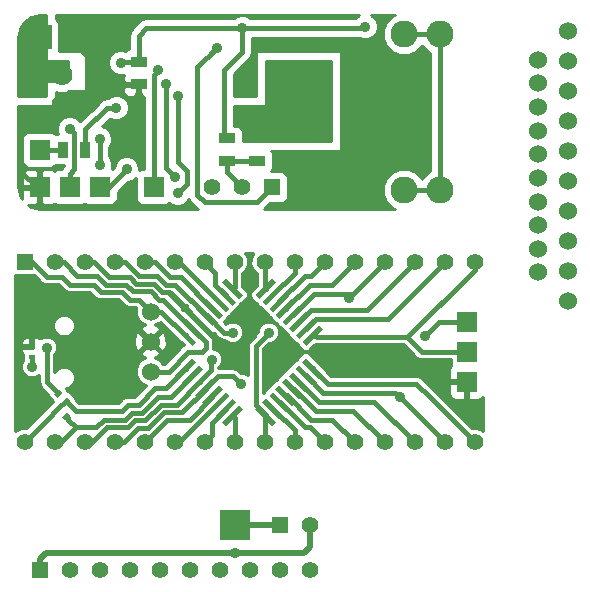
<source format=gbl>
%FSLAX34Y34*%
G04 Gerber Fmt 3.4, Leading zero omitted, Abs format*
G04 (created by PCBNEW (2014-02-26 BZR 4721)-product) date Wednesday, June 11, 2014 'pmt' 02:15:52 pm*
%MOIN*%
G01*
G70*
G90*
G04 APERTURE LIST*
%ADD10C,0.005906*%
%ADD11R,0.055000X0.055000*%
%ADD12C,0.055000*%
%ADD13C,0.060000*%
%ADD14R,0.100000X0.100000*%
%ADD15R,0.070000X0.070000*%
%ADD16R,0.059100X0.059100*%
%ADD17C,0.059100*%
%ADD18C,0.080000*%
%ADD19R,0.080000X0.080000*%
%ADD20C,0.070000*%
%ADD21C,0.160000*%
%ADD22C,0.090000*%
%ADD23R,0.055000X0.035000*%
%ADD24R,0.035000X0.055000*%
%ADD25R,0.023600X0.015700*%
%ADD26C,0.035000*%
%ADD27C,0.015000*%
%ADD28C,0.020000*%
%ADD29C,0.060000*%
%ADD30C,0.010000*%
%ADD31C,0.013000*%
G04 APERTURE END LIST*
G54D10*
G54D11*
X63750Y-42250D03*
G54D12*
X64750Y-42250D03*
X65750Y-42250D03*
X66750Y-42250D03*
X67750Y-42250D03*
X68750Y-42250D03*
X69750Y-42250D03*
X70750Y-42250D03*
X71750Y-42250D03*
X72750Y-42250D03*
G54D13*
X81350Y-33300D03*
X81350Y-32300D03*
X81350Y-31300D03*
X81350Y-30300D03*
X81350Y-29300D03*
X81350Y-28300D03*
X81350Y-27300D03*
X81350Y-26300D03*
X81350Y-25300D03*
X81350Y-24300D03*
X80350Y-32343D03*
X80350Y-31555D03*
X80350Y-30768D03*
X80350Y-29981D03*
X80350Y-29193D03*
X80350Y-28406D03*
X80350Y-27618D03*
X80350Y-26831D03*
X80350Y-26044D03*
X80350Y-25256D03*
G54D14*
X70250Y-40750D03*
G54D11*
X71750Y-40750D03*
G54D12*
X72750Y-40750D03*
G54D15*
X67550Y-29500D03*
G54D16*
X63400Y-26050D03*
G54D17*
X63400Y-27050D03*
G54D18*
X65000Y-24500D03*
G54D19*
X63750Y-24500D03*
G54D15*
X63750Y-28250D03*
G54D20*
X64500Y-26750D03*
X64500Y-25750D03*
G54D11*
X71500Y-29500D03*
G54D12*
X70500Y-29500D03*
X69500Y-29500D03*
G54D21*
X73250Y-29250D03*
G54D22*
X75900Y-24400D03*
X77100Y-24400D03*
X75900Y-29600D03*
X77100Y-29600D03*
G54D15*
X63750Y-29500D03*
X64750Y-29500D03*
X65750Y-29500D03*
G54D23*
X67050Y-25325D03*
X67050Y-26075D03*
G54D24*
X64525Y-28250D03*
X65275Y-28250D03*
G54D23*
X71000Y-28625D03*
X71000Y-27875D03*
X70000Y-28625D03*
X70000Y-27875D03*
G54D12*
X71250Y-32000D03*
X72250Y-32000D03*
X73250Y-32000D03*
X74250Y-32000D03*
X75250Y-32000D03*
X76250Y-32000D03*
X77250Y-32000D03*
X78250Y-32000D03*
G54D11*
X63250Y-32000D03*
G54D12*
X64250Y-32000D03*
X65250Y-32000D03*
X66250Y-32000D03*
X67250Y-32000D03*
X68250Y-32000D03*
X69250Y-32000D03*
X70250Y-32000D03*
X70250Y-38000D03*
X69250Y-38000D03*
X68250Y-38000D03*
X67250Y-38000D03*
X66250Y-38000D03*
X65250Y-38000D03*
X64250Y-38000D03*
X63250Y-38000D03*
X78250Y-38000D03*
X77250Y-38000D03*
X76250Y-38000D03*
X75250Y-38000D03*
X74250Y-38000D03*
X73250Y-38000D03*
X72250Y-38000D03*
X71250Y-38000D03*
G54D10*
G36*
X69841Y-32670D02*
X69966Y-32545D01*
X70523Y-33102D01*
X70397Y-33227D01*
X69841Y-32670D01*
X69841Y-32670D01*
G37*
G36*
X69618Y-32893D02*
X69743Y-32768D01*
X70300Y-33324D01*
X70175Y-33450D01*
X69618Y-32893D01*
X69618Y-32893D01*
G37*
G36*
X69395Y-33116D02*
X69521Y-32991D01*
X70077Y-33547D01*
X69952Y-33672D01*
X69395Y-33116D01*
X69395Y-33116D01*
G37*
G36*
X69173Y-33339D02*
X69298Y-33213D01*
X69854Y-33770D01*
X69729Y-33895D01*
X69173Y-33339D01*
X69173Y-33339D01*
G37*
G36*
X68950Y-33561D02*
X69075Y-33436D01*
X69632Y-33993D01*
X69506Y-34118D01*
X68950Y-33561D01*
X68950Y-33561D01*
G37*
G36*
X68727Y-33784D02*
X68852Y-33659D01*
X69409Y-34215D01*
X69284Y-34340D01*
X68727Y-33784D01*
X68727Y-33784D01*
G37*
G36*
X68504Y-34007D02*
X68630Y-33882D01*
X69186Y-34438D01*
X69061Y-34563D01*
X68504Y-34007D01*
X68504Y-34007D01*
G37*
G36*
X68282Y-34229D02*
X68407Y-34104D01*
X68963Y-34661D01*
X68838Y-34786D01*
X68282Y-34229D01*
X68282Y-34229D01*
G37*
G36*
X70946Y-36891D02*
X71071Y-36766D01*
X71628Y-37322D01*
X71503Y-37448D01*
X70946Y-36891D01*
X70946Y-36891D01*
G37*
G36*
X72509Y-35328D02*
X72634Y-35203D01*
X73190Y-35760D01*
X73065Y-35885D01*
X72509Y-35328D01*
X72509Y-35328D01*
G37*
G36*
X72283Y-35555D02*
X72408Y-35429D01*
X72964Y-35986D01*
X72839Y-36111D01*
X72283Y-35555D01*
X72283Y-35555D01*
G37*
G36*
X72056Y-35781D02*
X72181Y-35656D01*
X72738Y-36212D01*
X72613Y-36337D01*
X72056Y-35781D01*
X72056Y-35781D01*
G37*
G36*
X71837Y-36000D02*
X71962Y-35875D01*
X72519Y-36431D01*
X72394Y-36557D01*
X71837Y-36000D01*
X71837Y-36000D01*
G37*
G36*
X71611Y-36226D02*
X71736Y-36101D01*
X72292Y-36658D01*
X72167Y-36783D01*
X71611Y-36226D01*
X71611Y-36226D01*
G37*
G36*
X71392Y-36446D02*
X71517Y-36320D01*
X72073Y-36877D01*
X71948Y-37002D01*
X71392Y-36446D01*
X71392Y-36446D01*
G37*
G36*
X71165Y-36672D02*
X71290Y-36547D01*
X71847Y-37103D01*
X71722Y-37228D01*
X71165Y-36672D01*
X71165Y-36672D01*
G37*
G36*
X68279Y-35772D02*
X68835Y-35216D01*
X68961Y-35341D01*
X68404Y-35898D01*
X68279Y-35772D01*
X68279Y-35772D01*
G37*
G36*
X68501Y-35994D02*
X69057Y-35438D01*
X69183Y-35563D01*
X68626Y-36120D01*
X68501Y-35994D01*
X68501Y-35994D01*
G37*
G36*
X68724Y-36218D02*
X69281Y-35661D01*
X69406Y-35787D01*
X68850Y-36343D01*
X68724Y-36218D01*
X68724Y-36218D01*
G37*
G36*
X68946Y-36440D02*
X69503Y-35883D01*
X69628Y-36009D01*
X69072Y-36565D01*
X68946Y-36440D01*
X68946Y-36440D01*
G37*
G36*
X69170Y-36663D02*
X69726Y-36107D01*
X69851Y-36232D01*
X69295Y-36788D01*
X69170Y-36663D01*
X69170Y-36663D01*
G37*
G36*
X69392Y-36885D02*
X69948Y-36329D01*
X70074Y-36454D01*
X69517Y-37011D01*
X69392Y-36885D01*
X69392Y-36885D01*
G37*
G36*
X69615Y-37109D02*
X70172Y-36552D01*
X70297Y-36677D01*
X69740Y-37234D01*
X69615Y-37109D01*
X69615Y-37109D01*
G37*
G36*
X69837Y-37331D02*
X70394Y-36774D01*
X70519Y-36899D01*
X69962Y-37456D01*
X69837Y-37331D01*
X69837Y-37331D01*
G37*
G36*
X70953Y-33101D02*
X71510Y-32544D01*
X71635Y-32670D01*
X71078Y-33226D01*
X70953Y-33101D01*
X70953Y-33101D01*
G37*
G36*
X71172Y-33320D02*
X71729Y-32764D01*
X71854Y-32889D01*
X71298Y-33445D01*
X71172Y-33320D01*
X71172Y-33320D01*
G37*
G36*
X71399Y-33546D02*
X71955Y-32990D01*
X72080Y-33115D01*
X71524Y-33672D01*
X71399Y-33546D01*
X71399Y-33546D01*
G37*
G36*
X71618Y-33766D02*
X72174Y-33209D01*
X72299Y-33334D01*
X71743Y-33891D01*
X71618Y-33766D01*
X71618Y-33766D01*
G37*
G36*
X71837Y-33985D02*
X72394Y-33428D01*
X72519Y-33553D01*
X71962Y-34110D01*
X71837Y-33985D01*
X71837Y-33985D01*
G37*
G36*
X72063Y-34211D02*
X72620Y-33655D01*
X72745Y-33780D01*
X72188Y-34336D01*
X72063Y-34211D01*
X72063Y-34211D01*
G37*
G36*
X72290Y-34437D02*
X72846Y-33881D01*
X72971Y-34006D01*
X72415Y-34563D01*
X72290Y-34437D01*
X72290Y-34437D01*
G37*
G36*
X72516Y-34664D02*
X73072Y-34107D01*
X73198Y-34232D01*
X72641Y-34789D01*
X72516Y-34664D01*
X72516Y-34664D01*
G37*
G36*
X64235Y-36402D02*
X64402Y-36235D01*
X64513Y-36346D01*
X64346Y-36513D01*
X64235Y-36402D01*
X64235Y-36402D01*
G37*
G36*
X64486Y-36653D02*
X64653Y-36486D01*
X64764Y-36597D01*
X64597Y-36764D01*
X64486Y-36653D01*
X64486Y-36653D01*
G37*
G36*
X64764Y-37097D02*
X64597Y-37264D01*
X64486Y-37153D01*
X64653Y-36986D01*
X64764Y-37097D01*
X64764Y-37097D01*
G37*
G36*
X64513Y-36846D02*
X64346Y-37013D01*
X64235Y-36902D01*
X64402Y-36735D01*
X64513Y-36846D01*
X64513Y-36846D01*
G37*
G54D25*
X63500Y-34823D03*
X63500Y-35177D03*
G54D13*
X67450Y-33650D03*
X67450Y-35650D03*
X67450Y-34650D03*
G54D15*
X78000Y-36000D03*
X78000Y-35000D03*
X78000Y-34000D03*
G54D26*
X69650Y-24850D03*
X65750Y-27900D03*
X65750Y-28750D03*
X64750Y-27550D03*
X68350Y-29700D03*
X68350Y-26450D03*
X67950Y-26050D03*
X68250Y-29150D03*
X67700Y-25600D03*
X70250Y-41700D03*
X74050Y-33200D03*
X75750Y-36500D03*
X71400Y-34350D03*
X63500Y-35500D03*
X70450Y-36050D03*
X69500Y-35250D03*
X76600Y-34450D03*
X70200Y-34350D03*
X64000Y-34850D03*
X71950Y-25650D03*
X67050Y-26500D03*
X71750Y-27750D03*
X77000Y-36000D03*
X70900Y-33650D03*
X63500Y-33850D03*
X66300Y-26850D03*
X66450Y-25350D03*
X70500Y-24200D03*
X74600Y-24150D03*
X66650Y-28900D03*
G54D27*
X69000Y-28500D02*
X69000Y-25500D01*
X69000Y-25500D02*
X69650Y-24850D01*
X69000Y-29750D02*
X69250Y-30000D01*
X71500Y-29500D02*
X71000Y-30000D01*
X71000Y-30000D02*
X69250Y-30000D01*
X69000Y-29750D02*
X69000Y-28500D01*
X69475Y-25025D02*
X69650Y-24850D01*
X69475Y-25025D02*
X69500Y-25000D01*
X64525Y-28250D02*
X63750Y-28250D01*
X65750Y-28750D02*
X65750Y-27900D01*
X64900Y-27850D02*
X64900Y-27700D01*
X64900Y-27700D02*
X64750Y-27550D01*
X64750Y-29500D02*
X64750Y-29050D01*
X64900Y-28900D02*
X64900Y-27850D01*
X64750Y-29050D02*
X64900Y-28900D01*
X68650Y-29350D02*
X68650Y-29400D01*
X68650Y-29400D02*
X68350Y-29700D01*
X68650Y-29350D02*
X68650Y-28950D01*
X68350Y-28650D02*
X68650Y-28950D01*
X68350Y-28650D02*
X68350Y-26450D01*
X67950Y-28850D02*
X68250Y-29150D01*
X67950Y-26050D02*
X67950Y-28850D01*
X67550Y-25750D02*
X67550Y-29500D01*
X67700Y-25600D02*
X67550Y-25750D01*
X75900Y-24400D02*
X77100Y-24400D01*
X77100Y-24400D02*
X77100Y-29600D01*
X77100Y-29600D02*
X75900Y-29600D01*
G54D28*
X72750Y-40750D02*
X72750Y-41500D01*
X72550Y-41700D02*
X70250Y-41700D01*
X72750Y-41500D02*
X72550Y-41700D01*
X69250Y-41700D02*
X70000Y-41700D01*
X70000Y-41700D02*
X70250Y-41700D01*
X63750Y-41900D02*
X63750Y-42250D01*
X63950Y-41700D02*
X63750Y-41900D01*
X69250Y-41700D02*
X63950Y-41700D01*
G54D27*
X68623Y-34445D02*
X68595Y-34445D01*
X67800Y-33650D02*
X67450Y-33650D01*
X68595Y-34445D02*
X67800Y-33650D01*
X66500Y-33001D02*
X66501Y-33001D01*
X65801Y-33001D02*
X66500Y-33001D01*
X65550Y-32750D02*
X65801Y-33001D01*
X63250Y-32000D02*
X63500Y-32000D01*
X63500Y-32000D02*
X64000Y-32500D01*
X64000Y-32500D02*
X64500Y-32500D01*
X64500Y-32500D02*
X64750Y-32750D01*
X64750Y-32750D02*
X65450Y-32750D01*
X65450Y-32750D02*
X65550Y-32750D01*
X66750Y-33250D02*
X67050Y-33250D01*
X67050Y-33250D02*
X67450Y-33650D01*
X66501Y-33001D02*
X66750Y-33250D01*
X71513Y-33104D02*
X71513Y-33086D01*
X72250Y-32350D02*
X72250Y-32000D01*
X71513Y-33086D02*
X72250Y-32350D01*
X71739Y-33331D02*
X71739Y-33310D01*
X72800Y-32450D02*
X73250Y-32000D01*
X72600Y-32450D02*
X72800Y-32450D01*
X71739Y-33310D02*
X72600Y-32450D01*
X71959Y-33550D02*
X71959Y-33540D01*
X73500Y-32750D02*
X74250Y-32000D01*
X72750Y-32750D02*
X73500Y-32750D01*
X71959Y-33540D02*
X72750Y-32750D01*
X74200Y-33050D02*
X74050Y-33200D01*
X75250Y-32000D02*
X74200Y-33050D01*
X72178Y-33769D02*
X72180Y-33769D01*
X72180Y-33769D02*
X72900Y-33050D01*
X72900Y-33050D02*
X74200Y-33050D01*
X74250Y-33600D02*
X74650Y-33600D01*
X74650Y-33600D02*
X76250Y-32000D01*
X72404Y-33995D02*
X72404Y-33995D01*
X72404Y-33995D02*
X72800Y-33600D01*
X72800Y-33600D02*
X74250Y-33600D01*
X72630Y-34222D02*
X72630Y-34219D01*
X72630Y-34219D02*
X72950Y-33900D01*
X72950Y-33900D02*
X75350Y-33900D01*
X75350Y-33900D02*
X77250Y-32000D01*
X72630Y-34219D02*
X72950Y-33900D01*
X78000Y-35000D02*
X76500Y-35000D01*
X76500Y-35000D02*
X76000Y-34500D01*
X78250Y-32000D02*
X78250Y-32250D01*
X78250Y-32250D02*
X76000Y-34500D01*
X72857Y-34448D02*
X72948Y-34448D01*
X72948Y-34448D02*
X73000Y-34500D01*
X73000Y-34500D02*
X76000Y-34500D01*
X72850Y-35544D02*
X72850Y-35550D01*
X76300Y-36050D02*
X76750Y-36500D01*
X76750Y-36500D02*
X78250Y-38000D01*
X73350Y-36050D02*
X76300Y-36050D01*
X72850Y-35550D02*
X73350Y-36050D01*
X75600Y-36350D02*
X75750Y-36500D01*
X75750Y-36500D02*
X77250Y-38000D01*
X72623Y-35770D02*
X72623Y-35773D01*
X73200Y-36350D02*
X75600Y-36350D01*
X72623Y-35773D02*
X73200Y-36350D01*
X72397Y-35997D02*
X72397Y-35997D01*
X74900Y-36650D02*
X76250Y-38000D01*
X73050Y-36650D02*
X74900Y-36650D01*
X72397Y-35997D02*
X73050Y-36650D01*
X67450Y-35650D02*
X68050Y-35650D01*
X68050Y-35650D02*
X68700Y-35000D01*
X68845Y-34222D02*
X68872Y-34222D01*
X69150Y-35000D02*
X68700Y-35000D01*
X69300Y-34850D02*
X69150Y-35000D01*
X69300Y-34650D02*
X69300Y-34850D01*
X68872Y-34222D02*
X69300Y-34650D01*
X64250Y-32000D02*
X64550Y-32000D01*
X67872Y-33250D02*
X68845Y-34222D01*
X67742Y-33250D02*
X67872Y-33250D01*
X67469Y-32976D02*
X67742Y-33250D01*
X66869Y-32976D02*
X67469Y-32976D01*
X66644Y-32751D02*
X66869Y-32976D01*
X65948Y-32751D02*
X66644Y-32751D01*
X65648Y-32451D02*
X65948Y-32751D01*
X65001Y-32451D02*
X65648Y-32451D01*
X64550Y-32000D02*
X65001Y-32451D01*
X72178Y-36216D02*
X72216Y-36216D01*
X74200Y-36950D02*
X75250Y-38000D01*
X72950Y-36950D02*
X74200Y-36950D01*
X72216Y-36216D02*
X72950Y-36950D01*
X71952Y-36442D02*
X71992Y-36442D01*
X73500Y-37250D02*
X74250Y-38000D01*
X72800Y-37250D02*
X73500Y-37250D01*
X71992Y-36442D02*
X72800Y-37250D01*
X71732Y-36661D02*
X71761Y-36661D01*
X72750Y-37500D02*
X73250Y-38000D01*
X72600Y-37500D02*
X72750Y-37500D01*
X71761Y-36661D02*
X72600Y-37500D01*
X71506Y-36887D02*
X71537Y-36887D01*
X72250Y-37600D02*
X72250Y-38000D01*
X71537Y-36887D02*
X72250Y-37600D01*
X71287Y-37107D02*
X71287Y-37087D01*
X70950Y-34800D02*
X71400Y-34350D01*
X70950Y-36750D02*
X70950Y-34800D01*
X71287Y-37087D02*
X70950Y-36750D01*
X71250Y-38000D02*
X71250Y-37144D01*
X71250Y-37144D02*
X71287Y-37107D01*
X70250Y-38000D02*
X70250Y-37187D01*
X70250Y-37187D02*
X70178Y-37115D01*
X69250Y-38000D02*
X69500Y-37750D01*
X69500Y-37350D02*
X69956Y-36893D01*
X69500Y-37750D02*
X69500Y-37350D01*
X68250Y-38000D02*
X68403Y-38000D01*
X68403Y-38000D02*
X69733Y-36670D01*
X63500Y-35177D02*
X63500Y-35500D01*
X69511Y-36448D02*
X69511Y-36488D01*
X68000Y-37250D02*
X67250Y-38000D01*
X68750Y-37250D02*
X68000Y-37250D01*
X69511Y-36488D02*
X68750Y-37250D01*
X69287Y-36224D02*
X69287Y-36212D01*
X69287Y-36212D02*
X69700Y-35800D01*
X70200Y-35800D02*
X70450Y-36050D01*
X69700Y-35800D02*
X70200Y-35800D01*
X66250Y-38000D02*
X66550Y-38000D01*
X66550Y-38000D02*
X67026Y-37523D01*
X67026Y-37523D02*
X67373Y-37523D01*
X67373Y-37523D02*
X67896Y-36999D01*
X67896Y-36999D02*
X68512Y-36999D01*
X68512Y-36999D02*
X69287Y-36224D01*
X69287Y-36212D02*
X69287Y-36224D01*
X69450Y-35600D02*
X69450Y-35300D01*
X69065Y-35984D02*
X69450Y-35600D01*
X69065Y-36002D02*
X69065Y-35984D01*
X69450Y-35300D02*
X69500Y-35250D01*
X65250Y-38000D02*
X65500Y-38000D01*
X68318Y-36749D02*
X69065Y-36002D01*
X67792Y-36749D02*
X68318Y-36749D01*
X67269Y-37273D02*
X67792Y-36749D01*
X66923Y-37273D02*
X67269Y-37273D01*
X66696Y-37500D02*
X66923Y-37273D01*
X66000Y-37500D02*
X66696Y-37500D01*
X65500Y-38000D02*
X66000Y-37500D01*
X69097Y-36002D02*
X69065Y-36002D01*
X64950Y-37500D02*
X64700Y-37250D01*
X64700Y-37200D02*
X64625Y-37125D01*
X64700Y-37250D02*
X64700Y-37200D01*
X64250Y-38000D02*
X64450Y-38000D01*
X68121Y-36499D02*
X68842Y-35779D01*
X67689Y-36499D02*
X68121Y-36499D01*
X67166Y-37023D02*
X67689Y-36499D01*
X66819Y-37023D02*
X67166Y-37023D01*
X66592Y-37249D02*
X66819Y-37023D01*
X65896Y-37249D02*
X66592Y-37249D01*
X65646Y-37500D02*
X65896Y-37249D01*
X64950Y-37500D02*
X65646Y-37500D01*
X64450Y-38000D02*
X64950Y-37500D01*
X68870Y-35750D02*
X68842Y-35779D01*
X68870Y-35729D02*
X68870Y-35750D01*
X64374Y-36874D02*
X64375Y-36874D01*
X64375Y-36874D02*
X64625Y-36625D01*
X68620Y-35557D02*
X68592Y-35557D01*
X68592Y-35557D02*
X67950Y-36200D01*
X67950Y-36200D02*
X67600Y-36200D01*
X67600Y-36200D02*
X67050Y-36750D01*
X67050Y-36750D02*
X66700Y-36750D01*
X66700Y-36750D02*
X66500Y-36950D01*
X66500Y-36950D02*
X64950Y-36950D01*
X64950Y-36950D02*
X64625Y-36625D01*
X64374Y-36874D02*
X64374Y-36875D01*
X64374Y-36875D02*
X64000Y-37250D01*
X64000Y-37250D02*
X63250Y-38000D01*
X77050Y-34000D02*
X76600Y-34450D01*
X78000Y-34000D02*
X77050Y-34000D01*
X69291Y-33777D02*
X69327Y-33777D01*
X69900Y-34350D02*
X70200Y-34350D01*
X69327Y-33777D02*
X69900Y-34350D01*
X66250Y-32000D02*
X66600Y-32000D01*
X66600Y-32000D02*
X67076Y-32476D01*
X67076Y-32476D02*
X67676Y-32476D01*
X67676Y-32476D02*
X67950Y-32750D01*
X67950Y-32750D02*
X68263Y-32750D01*
X68263Y-32750D02*
X69291Y-33777D01*
X64000Y-36000D02*
X64000Y-35250D01*
X64000Y-34850D02*
X64000Y-35250D01*
X64374Y-36374D02*
X64000Y-36000D01*
X67250Y-32000D02*
X67600Y-32000D01*
X68459Y-32500D02*
X69513Y-33554D01*
X68100Y-32500D02*
X68459Y-32500D01*
X67600Y-32000D02*
X68100Y-32500D01*
X68250Y-32000D02*
X68404Y-32000D01*
X68404Y-32000D02*
X69736Y-33331D01*
X69250Y-32000D02*
X69600Y-32350D01*
X69600Y-32749D02*
X69959Y-33109D01*
X69600Y-32350D02*
X69600Y-32749D01*
X70250Y-32000D02*
X70250Y-32818D01*
X70250Y-32818D02*
X70182Y-32886D01*
X71250Y-32000D02*
X71250Y-32841D01*
X71250Y-32841D02*
X71294Y-32885D01*
X71750Y-27750D02*
X71750Y-25850D01*
X71750Y-25850D02*
X71950Y-25650D01*
X67050Y-26075D02*
X67050Y-26500D01*
X71000Y-27875D02*
X71625Y-27875D01*
X71625Y-27875D02*
X71750Y-27750D01*
X67050Y-26075D02*
X66075Y-26075D01*
X66075Y-26075D02*
X65600Y-25600D01*
X63750Y-29500D02*
X63650Y-29500D01*
X63100Y-27350D02*
X63400Y-27050D01*
X63100Y-28950D02*
X63100Y-27350D01*
X63650Y-29500D02*
X63100Y-28950D01*
G54D29*
X65000Y-24500D02*
X65600Y-25100D01*
X65350Y-26750D02*
X64500Y-26750D01*
X65600Y-26500D02*
X65350Y-26750D01*
X65600Y-25100D02*
X65600Y-25600D01*
X65600Y-25600D02*
X65600Y-26500D01*
G54D27*
X69068Y-34000D02*
X69068Y-34018D01*
X69068Y-34018D02*
X70050Y-35000D01*
X70900Y-34450D02*
X70900Y-33650D01*
X70350Y-35000D02*
X70900Y-34450D01*
X70050Y-35000D02*
X70350Y-35000D01*
X77000Y-36000D02*
X78000Y-36000D01*
X65250Y-32000D02*
X65550Y-32000D01*
X68068Y-33000D02*
X69068Y-34000D01*
X67846Y-33000D02*
X68068Y-33000D01*
X67573Y-32726D02*
X67846Y-33000D01*
X66973Y-32726D02*
X67573Y-32726D01*
X66748Y-32501D02*
X66973Y-32726D01*
X66051Y-32501D02*
X66748Y-32501D01*
X65550Y-32000D02*
X66051Y-32501D01*
X69068Y-34000D02*
X69068Y-34018D01*
X63500Y-34823D02*
X63500Y-33850D01*
G54D28*
X70250Y-40750D02*
X71750Y-40750D01*
G54D27*
X70000Y-28625D02*
X70000Y-29000D01*
X70000Y-29000D02*
X70500Y-29500D01*
X70000Y-28625D02*
X71000Y-28625D01*
X65275Y-28250D02*
X65275Y-27575D01*
X66000Y-26850D02*
X66300Y-26850D01*
X65275Y-27575D02*
X66000Y-26850D01*
X67050Y-25325D02*
X66475Y-25325D01*
X66475Y-25325D02*
X66450Y-25350D01*
X69900Y-27250D02*
X69900Y-27775D01*
X69900Y-27775D02*
X70000Y-27875D01*
X69900Y-27275D02*
X69900Y-27250D01*
X69900Y-27250D02*
X69900Y-25600D01*
X70500Y-25000D02*
X70500Y-24200D01*
X69900Y-25600D02*
X70500Y-25000D01*
X67050Y-25325D02*
X67050Y-24450D01*
X67300Y-24200D02*
X70500Y-24200D01*
X67050Y-24450D02*
X67300Y-24200D01*
X74550Y-24200D02*
X70500Y-24200D01*
X74600Y-24150D02*
X74550Y-24200D01*
X65750Y-29500D02*
X66050Y-29500D01*
X66050Y-29500D02*
X66650Y-28900D01*
G54D10*
G36*
X69576Y-29505D02*
X69505Y-29576D01*
X69500Y-29570D01*
X69494Y-29576D01*
X69423Y-29505D01*
X69429Y-29500D01*
X69423Y-29494D01*
X69494Y-29423D01*
X69500Y-29429D01*
X69505Y-29423D01*
X69576Y-29494D01*
X69570Y-29500D01*
X69576Y-29505D01*
X69576Y-29505D01*
G37*
G54D30*
X69576Y-29505D02*
X69505Y-29576D01*
X69500Y-29570D01*
X69494Y-29576D01*
X69423Y-29505D01*
X69429Y-29500D01*
X69423Y-29494D01*
X69494Y-29423D01*
X69500Y-29429D01*
X69505Y-29423D01*
X69576Y-29494D01*
X69570Y-29500D01*
X69576Y-29505D01*
G54D10*
G36*
X74407Y-23769D02*
X74359Y-23789D01*
X74273Y-23875D01*
X70776Y-23875D01*
X70741Y-23839D01*
X70584Y-23775D01*
X70415Y-23774D01*
X70259Y-23839D01*
X70224Y-23875D01*
X67300Y-23875D01*
X67300Y-23874D01*
X67175Y-23899D01*
X67070Y-23970D01*
X67070Y-23970D01*
X66820Y-24220D01*
X66749Y-24325D01*
X66725Y-24450D01*
X66725Y-24900D01*
X66633Y-24938D01*
X66613Y-24957D01*
X66534Y-24925D01*
X66365Y-24924D01*
X66209Y-24989D01*
X66089Y-25108D01*
X66025Y-25265D01*
X66024Y-25434D01*
X66089Y-25590D01*
X66208Y-25710D01*
X66365Y-25774D01*
X66534Y-25775D01*
X66560Y-25764D01*
X66525Y-25850D01*
X66525Y-25962D01*
X66587Y-26025D01*
X67000Y-26025D01*
X67000Y-26017D01*
X67100Y-26017D01*
X67100Y-26025D01*
X67107Y-26025D01*
X67107Y-26125D01*
X67100Y-26125D01*
X67100Y-26437D01*
X67162Y-26500D01*
X67225Y-26500D01*
X67225Y-28900D01*
X67150Y-28900D01*
X67074Y-28931D01*
X67075Y-28815D01*
X67010Y-28659D01*
X67000Y-28649D01*
X67000Y-26437D01*
X67000Y-26125D01*
X66587Y-26125D01*
X66525Y-26187D01*
X66525Y-26299D01*
X66563Y-26391D01*
X66633Y-26461D01*
X66725Y-26500D01*
X66824Y-26500D01*
X66937Y-26500D01*
X67000Y-26437D01*
X67000Y-28649D01*
X66891Y-28539D01*
X66734Y-28475D01*
X66565Y-28474D01*
X66409Y-28539D01*
X66289Y-28658D01*
X66225Y-28815D01*
X66225Y-28865D01*
X66178Y-28911D01*
X66149Y-28900D01*
X66147Y-28900D01*
X66174Y-28834D01*
X66175Y-28665D01*
X66110Y-28509D01*
X66075Y-28474D01*
X66075Y-28176D01*
X66110Y-28141D01*
X66174Y-27984D01*
X66175Y-27815D01*
X66110Y-27659D01*
X65991Y-27539D01*
X65834Y-27475D01*
X65834Y-27475D01*
X66087Y-27221D01*
X66215Y-27274D01*
X66384Y-27275D01*
X66540Y-27210D01*
X66660Y-27091D01*
X66724Y-26934D01*
X66725Y-26765D01*
X66660Y-26609D01*
X66541Y-26489D01*
X66384Y-26425D01*
X66215Y-26424D01*
X66059Y-26489D01*
X66024Y-26525D01*
X66000Y-26525D01*
X65875Y-26549D01*
X65833Y-26577D01*
X65770Y-26620D01*
X65770Y-26620D01*
X65095Y-27294D01*
X64991Y-27189D01*
X64834Y-27125D01*
X64665Y-27124D01*
X64509Y-27189D01*
X64389Y-27308D01*
X64325Y-27465D01*
X64324Y-27634D01*
X64362Y-27725D01*
X64300Y-27725D01*
X64284Y-27731D01*
X64241Y-27688D01*
X64149Y-27650D01*
X64050Y-27650D01*
X63350Y-27650D01*
X63258Y-27688D01*
X63188Y-27758D01*
X63150Y-27850D01*
X63150Y-27949D01*
X63150Y-28649D01*
X63188Y-28741D01*
X63258Y-28811D01*
X63350Y-28850D01*
X63449Y-28850D01*
X64149Y-28850D01*
X64241Y-28811D01*
X64284Y-28768D01*
X64300Y-28775D01*
X64399Y-28775D01*
X64565Y-28775D01*
X64520Y-28820D01*
X64466Y-28900D01*
X64350Y-28900D01*
X64258Y-28938D01*
X64250Y-28946D01*
X64241Y-28938D01*
X64149Y-28900D01*
X63862Y-28900D01*
X63800Y-28962D01*
X63800Y-29450D01*
X63807Y-29450D01*
X63807Y-29550D01*
X63800Y-29550D01*
X63800Y-30037D01*
X63862Y-30100D01*
X64149Y-30100D01*
X64241Y-30061D01*
X64249Y-30053D01*
X64258Y-30061D01*
X64350Y-30100D01*
X64449Y-30100D01*
X65149Y-30100D01*
X65241Y-30061D01*
X65249Y-30053D01*
X65258Y-30061D01*
X65350Y-30100D01*
X65449Y-30100D01*
X66149Y-30100D01*
X66241Y-30061D01*
X66311Y-29991D01*
X66350Y-29899D01*
X66350Y-29800D01*
X66350Y-29659D01*
X66684Y-29325D01*
X66734Y-29325D01*
X66890Y-29260D01*
X66950Y-29201D01*
X66950Y-29899D01*
X66988Y-29991D01*
X67058Y-30061D01*
X67150Y-30100D01*
X67249Y-30100D01*
X67949Y-30100D01*
X68041Y-30061D01*
X68076Y-30027D01*
X68108Y-30060D01*
X68265Y-30124D01*
X68434Y-30125D01*
X68590Y-30060D01*
X68710Y-29941D01*
X68723Y-29909D01*
X68770Y-29979D01*
X69020Y-30229D01*
X69020Y-30229D01*
X69020Y-30229D01*
X69020Y-30230D01*
X63776Y-30230D01*
X63472Y-30169D01*
X63368Y-30100D01*
X63637Y-30100D01*
X63700Y-30037D01*
X63700Y-29550D01*
X63700Y-29450D01*
X63700Y-28962D01*
X63637Y-28900D01*
X63350Y-28900D01*
X63258Y-28938D01*
X63188Y-29008D01*
X63150Y-29100D01*
X63150Y-29199D01*
X63150Y-29387D01*
X63212Y-29450D01*
X63700Y-29450D01*
X63700Y-29550D01*
X63212Y-29550D01*
X63150Y-29612D01*
X63150Y-29800D01*
X63150Y-29881D01*
X63080Y-29777D01*
X63019Y-29473D01*
X63019Y-26800D01*
X64300Y-26800D01*
X64300Y-26316D01*
X64380Y-26349D01*
X64618Y-26350D01*
X64740Y-26300D01*
X65300Y-26300D01*
X65300Y-24950D01*
X64399Y-24950D01*
X64400Y-24949D01*
X64400Y-24850D01*
X64400Y-24050D01*
X64361Y-23958D01*
X64300Y-23896D01*
X64300Y-23769D01*
X74407Y-23769D01*
X74407Y-23769D01*
G37*
G54D30*
X74407Y-23769D02*
X74359Y-23789D01*
X74273Y-23875D01*
X70776Y-23875D01*
X70741Y-23839D01*
X70584Y-23775D01*
X70415Y-23774D01*
X70259Y-23839D01*
X70224Y-23875D01*
X67300Y-23875D01*
X67300Y-23874D01*
X67175Y-23899D01*
X67070Y-23970D01*
X67070Y-23970D01*
X66820Y-24220D01*
X66749Y-24325D01*
X66725Y-24450D01*
X66725Y-24900D01*
X66633Y-24938D01*
X66613Y-24957D01*
X66534Y-24925D01*
X66365Y-24924D01*
X66209Y-24989D01*
X66089Y-25108D01*
X66025Y-25265D01*
X66024Y-25434D01*
X66089Y-25590D01*
X66208Y-25710D01*
X66365Y-25774D01*
X66534Y-25775D01*
X66560Y-25764D01*
X66525Y-25850D01*
X66525Y-25962D01*
X66587Y-26025D01*
X67000Y-26025D01*
X67000Y-26017D01*
X67100Y-26017D01*
X67100Y-26025D01*
X67107Y-26025D01*
X67107Y-26125D01*
X67100Y-26125D01*
X67100Y-26437D01*
X67162Y-26500D01*
X67225Y-26500D01*
X67225Y-28900D01*
X67150Y-28900D01*
X67074Y-28931D01*
X67075Y-28815D01*
X67010Y-28659D01*
X67000Y-28649D01*
X67000Y-26437D01*
X67000Y-26125D01*
X66587Y-26125D01*
X66525Y-26187D01*
X66525Y-26299D01*
X66563Y-26391D01*
X66633Y-26461D01*
X66725Y-26500D01*
X66824Y-26500D01*
X66937Y-26500D01*
X67000Y-26437D01*
X67000Y-28649D01*
X66891Y-28539D01*
X66734Y-28475D01*
X66565Y-28474D01*
X66409Y-28539D01*
X66289Y-28658D01*
X66225Y-28815D01*
X66225Y-28865D01*
X66178Y-28911D01*
X66149Y-28900D01*
X66147Y-28900D01*
X66174Y-28834D01*
X66175Y-28665D01*
X66110Y-28509D01*
X66075Y-28474D01*
X66075Y-28176D01*
X66110Y-28141D01*
X66174Y-27984D01*
X66175Y-27815D01*
X66110Y-27659D01*
X65991Y-27539D01*
X65834Y-27475D01*
X65834Y-27475D01*
X66087Y-27221D01*
X66215Y-27274D01*
X66384Y-27275D01*
X66540Y-27210D01*
X66660Y-27091D01*
X66724Y-26934D01*
X66725Y-26765D01*
X66660Y-26609D01*
X66541Y-26489D01*
X66384Y-26425D01*
X66215Y-26424D01*
X66059Y-26489D01*
X66024Y-26525D01*
X66000Y-26525D01*
X65875Y-26549D01*
X65833Y-26577D01*
X65770Y-26620D01*
X65770Y-26620D01*
X65095Y-27294D01*
X64991Y-27189D01*
X64834Y-27125D01*
X64665Y-27124D01*
X64509Y-27189D01*
X64389Y-27308D01*
X64325Y-27465D01*
X64324Y-27634D01*
X64362Y-27725D01*
X64300Y-27725D01*
X64284Y-27731D01*
X64241Y-27688D01*
X64149Y-27650D01*
X64050Y-27650D01*
X63350Y-27650D01*
X63258Y-27688D01*
X63188Y-27758D01*
X63150Y-27850D01*
X63150Y-27949D01*
X63150Y-28649D01*
X63188Y-28741D01*
X63258Y-28811D01*
X63350Y-28850D01*
X63449Y-28850D01*
X64149Y-28850D01*
X64241Y-28811D01*
X64284Y-28768D01*
X64300Y-28775D01*
X64399Y-28775D01*
X64565Y-28775D01*
X64520Y-28820D01*
X64466Y-28900D01*
X64350Y-28900D01*
X64258Y-28938D01*
X64250Y-28946D01*
X64241Y-28938D01*
X64149Y-28900D01*
X63862Y-28900D01*
X63800Y-28962D01*
X63800Y-29450D01*
X63807Y-29450D01*
X63807Y-29550D01*
X63800Y-29550D01*
X63800Y-30037D01*
X63862Y-30100D01*
X64149Y-30100D01*
X64241Y-30061D01*
X64249Y-30053D01*
X64258Y-30061D01*
X64350Y-30100D01*
X64449Y-30100D01*
X65149Y-30100D01*
X65241Y-30061D01*
X65249Y-30053D01*
X65258Y-30061D01*
X65350Y-30100D01*
X65449Y-30100D01*
X66149Y-30100D01*
X66241Y-30061D01*
X66311Y-29991D01*
X66350Y-29899D01*
X66350Y-29800D01*
X66350Y-29659D01*
X66684Y-29325D01*
X66734Y-29325D01*
X66890Y-29260D01*
X66950Y-29201D01*
X66950Y-29899D01*
X66988Y-29991D01*
X67058Y-30061D01*
X67150Y-30100D01*
X67249Y-30100D01*
X67949Y-30100D01*
X68041Y-30061D01*
X68076Y-30027D01*
X68108Y-30060D01*
X68265Y-30124D01*
X68434Y-30125D01*
X68590Y-30060D01*
X68710Y-29941D01*
X68723Y-29909D01*
X68770Y-29979D01*
X69020Y-30229D01*
X69020Y-30229D01*
X69020Y-30229D01*
X69020Y-30230D01*
X63776Y-30230D01*
X63472Y-30169D01*
X63368Y-30100D01*
X63637Y-30100D01*
X63700Y-30037D01*
X63700Y-29550D01*
X63700Y-29450D01*
X63700Y-28962D01*
X63637Y-28900D01*
X63350Y-28900D01*
X63258Y-28938D01*
X63188Y-29008D01*
X63150Y-29100D01*
X63150Y-29199D01*
X63150Y-29387D01*
X63212Y-29450D01*
X63700Y-29450D01*
X63700Y-29550D01*
X63212Y-29550D01*
X63150Y-29612D01*
X63150Y-29800D01*
X63150Y-29881D01*
X63080Y-29777D01*
X63019Y-29473D01*
X63019Y-26800D01*
X64300Y-26800D01*
X64300Y-26316D01*
X64380Y-26349D01*
X64618Y-26350D01*
X64740Y-26300D01*
X65300Y-26300D01*
X65300Y-24950D01*
X64399Y-24950D01*
X64400Y-24949D01*
X64400Y-24850D01*
X64400Y-24050D01*
X64361Y-23958D01*
X64300Y-23896D01*
X64300Y-23769D01*
X74407Y-23769D01*
G54D10*
G36*
X76775Y-28976D02*
X76704Y-29006D01*
X76506Y-29202D01*
X76500Y-29219D01*
X76493Y-29204D01*
X76297Y-29006D01*
X76039Y-28900D01*
X75761Y-28899D01*
X75504Y-29006D01*
X75306Y-29202D01*
X75200Y-29460D01*
X75199Y-29738D01*
X75306Y-29996D01*
X75502Y-30193D01*
X75592Y-30230D01*
X73800Y-30230D01*
X71229Y-30230D01*
X71229Y-30229D01*
X71434Y-30025D01*
X71824Y-30025D01*
X71916Y-29986D01*
X71986Y-29916D01*
X72025Y-29824D01*
X72025Y-29725D01*
X72025Y-29175D01*
X71986Y-29083D01*
X71916Y-29013D01*
X71824Y-28975D01*
X71725Y-28975D01*
X71453Y-28975D01*
X71486Y-28941D01*
X71525Y-28849D01*
X71525Y-28750D01*
X71525Y-28400D01*
X71486Y-28308D01*
X71478Y-28300D01*
X73800Y-28300D01*
X73800Y-24950D01*
X70950Y-24950D01*
X70950Y-26450D01*
X70225Y-26450D01*
X70225Y-25734D01*
X70729Y-25229D01*
X70729Y-25229D01*
X70729Y-25229D01*
X70800Y-25124D01*
X70800Y-25124D01*
X70825Y-25000D01*
X70825Y-24525D01*
X74394Y-24525D01*
X74515Y-24574D01*
X74684Y-24575D01*
X74840Y-24510D01*
X74960Y-24391D01*
X75024Y-24234D01*
X75025Y-24065D01*
X74960Y-23909D01*
X74841Y-23789D01*
X74792Y-23769D01*
X75592Y-23769D01*
X75504Y-23806D01*
X75306Y-24002D01*
X75200Y-24260D01*
X75199Y-24538D01*
X75306Y-24796D01*
X75502Y-24993D01*
X75760Y-25099D01*
X76038Y-25100D01*
X76296Y-24993D01*
X76493Y-24797D01*
X76499Y-24780D01*
X76506Y-24796D01*
X76702Y-24993D01*
X76775Y-25022D01*
X76775Y-28976D01*
X76775Y-28976D01*
G37*
G54D30*
X76775Y-28976D02*
X76704Y-29006D01*
X76506Y-29202D01*
X76500Y-29219D01*
X76493Y-29204D01*
X76297Y-29006D01*
X76039Y-28900D01*
X75761Y-28899D01*
X75504Y-29006D01*
X75306Y-29202D01*
X75200Y-29460D01*
X75199Y-29738D01*
X75306Y-29996D01*
X75502Y-30193D01*
X75592Y-30230D01*
X73800Y-30230D01*
X71229Y-30230D01*
X71229Y-30229D01*
X71434Y-30025D01*
X71824Y-30025D01*
X71916Y-29986D01*
X71986Y-29916D01*
X72025Y-29824D01*
X72025Y-29725D01*
X72025Y-29175D01*
X71986Y-29083D01*
X71916Y-29013D01*
X71824Y-28975D01*
X71725Y-28975D01*
X71453Y-28975D01*
X71486Y-28941D01*
X71525Y-28849D01*
X71525Y-28750D01*
X71525Y-28400D01*
X71486Y-28308D01*
X71478Y-28300D01*
X73800Y-28300D01*
X73800Y-24950D01*
X70950Y-24950D01*
X70950Y-26450D01*
X70225Y-26450D01*
X70225Y-25734D01*
X70729Y-25229D01*
X70729Y-25229D01*
X70729Y-25229D01*
X70800Y-25124D01*
X70800Y-25124D01*
X70825Y-25000D01*
X70825Y-24525D01*
X74394Y-24525D01*
X74515Y-24574D01*
X74684Y-24575D01*
X74840Y-24510D01*
X74960Y-24391D01*
X75024Y-24234D01*
X75025Y-24065D01*
X74960Y-23909D01*
X74841Y-23789D01*
X74792Y-23769D01*
X75592Y-23769D01*
X75504Y-23806D01*
X75306Y-24002D01*
X75200Y-24260D01*
X75199Y-24538D01*
X75306Y-24796D01*
X75502Y-24993D01*
X75760Y-25099D01*
X76038Y-25100D01*
X76296Y-24993D01*
X76493Y-24797D01*
X76499Y-24780D01*
X76506Y-24796D01*
X76702Y-24993D01*
X76775Y-25022D01*
X76775Y-28976D01*
G54D10*
G36*
X73450Y-27950D02*
X70525Y-27950D01*
X70525Y-27650D01*
X70486Y-27558D01*
X70416Y-27488D01*
X70324Y-27450D01*
X70225Y-27450D01*
X70225Y-27450D01*
X70225Y-27275D01*
X70225Y-27250D01*
X70225Y-26800D01*
X71300Y-26800D01*
X71300Y-25300D01*
X73450Y-25300D01*
X73450Y-27950D01*
X73450Y-27950D01*
G37*
G54D30*
X73450Y-27950D02*
X70525Y-27950D01*
X70525Y-27650D01*
X70486Y-27558D01*
X70416Y-27488D01*
X70324Y-27450D01*
X70225Y-27450D01*
X70225Y-27450D01*
X70225Y-27275D01*
X70225Y-27250D01*
X70225Y-26800D01*
X71300Y-26800D01*
X71300Y-25300D01*
X73450Y-25300D01*
X73450Y-27950D01*
G54D10*
G36*
X64700Y-25950D02*
X63950Y-25950D01*
X63950Y-26450D01*
X63019Y-26450D01*
X63019Y-24526D01*
X63080Y-24222D01*
X63237Y-23987D01*
X63472Y-23830D01*
X63776Y-23769D01*
X63950Y-23769D01*
X63950Y-25300D01*
X64700Y-25300D01*
X64700Y-25950D01*
X64700Y-25950D01*
G37*
G54D30*
X64700Y-25950D02*
X63950Y-25950D01*
X63950Y-26450D01*
X63019Y-26450D01*
X63019Y-24526D01*
X63080Y-24222D01*
X63237Y-23987D01*
X63472Y-23830D01*
X63776Y-23769D01*
X63950Y-23769D01*
X63950Y-25300D01*
X64700Y-25300D01*
X64700Y-25950D01*
G54D10*
G36*
X65305Y-32005D02*
X65255Y-32055D01*
X65250Y-32049D01*
X65244Y-32055D01*
X65194Y-32005D01*
X65200Y-32000D01*
X65194Y-31994D01*
X65244Y-31944D01*
X65250Y-31950D01*
X65255Y-31944D01*
X65305Y-31994D01*
X65299Y-32000D01*
X65305Y-32005D01*
X65305Y-32005D01*
G37*
G54D31*
X65305Y-32005D02*
X65255Y-32055D01*
X65250Y-32049D01*
X65244Y-32055D01*
X65194Y-32005D01*
X65200Y-32000D01*
X65194Y-31994D01*
X65244Y-31944D01*
X65250Y-31950D01*
X65255Y-31944D01*
X65305Y-31994D01*
X65299Y-32000D01*
X65305Y-32005D01*
G54D10*
G36*
X68554Y-34778D02*
X68509Y-34809D01*
X68509Y-34809D01*
X68017Y-35300D01*
X68017Y-34750D01*
X68012Y-34525D01*
X67935Y-34340D01*
X67834Y-34315D01*
X67499Y-34650D01*
X67834Y-34984D01*
X67935Y-34959D01*
X68017Y-34750D01*
X68017Y-35300D01*
X67938Y-35380D01*
X67874Y-35380D01*
X67869Y-35369D01*
X67730Y-35230D01*
X67630Y-35189D01*
X67759Y-35135D01*
X67784Y-35034D01*
X67450Y-34699D01*
X67400Y-34748D01*
X67400Y-34650D01*
X67065Y-34315D01*
X66964Y-34340D01*
X66882Y-34549D01*
X66887Y-34774D01*
X66964Y-34959D01*
X67065Y-34984D01*
X67400Y-34650D01*
X67400Y-34748D01*
X67115Y-35034D01*
X67140Y-35135D01*
X67273Y-35187D01*
X67169Y-35230D01*
X67030Y-35369D01*
X66955Y-35551D01*
X66954Y-35748D01*
X67030Y-35930D01*
X67169Y-36069D01*
X67296Y-36122D01*
X66938Y-36480D01*
X66700Y-36480D01*
X66596Y-36500D01*
X66509Y-36559D01*
X66509Y-36559D01*
X66388Y-36680D01*
X65061Y-36680D01*
X64959Y-36577D01*
X64959Y-36558D01*
X64929Y-36486D01*
X64874Y-36432D01*
X64763Y-36320D01*
X64703Y-36296D01*
X64679Y-36236D01*
X64674Y-36231D01*
X64795Y-36181D01*
X64900Y-36076D01*
X64956Y-35940D01*
X64957Y-35792D01*
X64957Y-34060D01*
X64900Y-33923D01*
X64795Y-33818D01*
X64659Y-33762D01*
X64511Y-33761D01*
X64374Y-33818D01*
X64269Y-33923D01*
X64213Y-34059D01*
X64212Y-34207D01*
X64269Y-34344D01*
X64374Y-34449D01*
X64510Y-34505D01*
X64658Y-34506D01*
X64795Y-34449D01*
X64900Y-34344D01*
X64956Y-34208D01*
X64957Y-34060D01*
X64957Y-35792D01*
X64900Y-35655D01*
X64795Y-35550D01*
X64659Y-35494D01*
X64511Y-35493D01*
X64374Y-35550D01*
X64270Y-35654D01*
X64270Y-35250D01*
X64270Y-35103D01*
X64313Y-35059D01*
X64369Y-34923D01*
X64370Y-34776D01*
X64313Y-34640D01*
X64209Y-34536D01*
X64073Y-34480D01*
X63926Y-34479D01*
X63790Y-34536D01*
X63787Y-34539D01*
X63768Y-34519D01*
X63670Y-34479D01*
X63565Y-34479D01*
X63601Y-34479D01*
X63535Y-34545D01*
X63535Y-34788D01*
X63542Y-34788D01*
X63542Y-34858D01*
X63535Y-34858D01*
X63535Y-34865D01*
X63465Y-34865D01*
X63465Y-34858D01*
X63465Y-34788D01*
X63465Y-34545D01*
X63398Y-34479D01*
X63434Y-34479D01*
X63329Y-34479D01*
X63231Y-34519D01*
X63157Y-34594D01*
X63116Y-34692D01*
X63117Y-34721D01*
X63183Y-34788D01*
X63465Y-34788D01*
X63465Y-34858D01*
X63183Y-34858D01*
X63117Y-34924D01*
X63116Y-34953D01*
X63157Y-35051D01*
X63187Y-35081D01*
X63186Y-35137D01*
X63186Y-35289D01*
X63186Y-35290D01*
X63130Y-35426D01*
X63129Y-35573D01*
X63186Y-35709D01*
X63290Y-35813D01*
X63426Y-35869D01*
X63573Y-35870D01*
X63709Y-35813D01*
X63730Y-35793D01*
X63730Y-36000D01*
X63750Y-36103D01*
X63809Y-36190D01*
X64040Y-36422D01*
X64040Y-36441D01*
X64070Y-36513D01*
X64125Y-36567D01*
X64210Y-36652D01*
X64070Y-36792D01*
X64066Y-36801D01*
X63809Y-37059D01*
X63809Y-37059D01*
X63338Y-37530D01*
X63156Y-37529D01*
X62984Y-37601D01*
X62964Y-37620D01*
X62964Y-32469D01*
X63013Y-32470D01*
X63563Y-32470D01*
X63581Y-32462D01*
X63809Y-32690D01*
X63896Y-32749D01*
X63896Y-32749D01*
X64000Y-32770D01*
X64388Y-32770D01*
X64559Y-32940D01*
X64559Y-32940D01*
X64646Y-32999D01*
X64646Y-32999D01*
X64750Y-33020D01*
X65438Y-33020D01*
X65610Y-33192D01*
X65698Y-33251D01*
X65698Y-33251D01*
X65801Y-33271D01*
X66389Y-33271D01*
X66559Y-33440D01*
X66646Y-33499D01*
X66646Y-33499D01*
X66750Y-33520D01*
X66938Y-33520D01*
X66959Y-33541D01*
X66955Y-33551D01*
X66954Y-33748D01*
X67030Y-33930D01*
X67169Y-34069D01*
X67269Y-34110D01*
X67140Y-34164D01*
X67115Y-34265D01*
X67450Y-34600D01*
X67784Y-34265D01*
X67759Y-34164D01*
X67626Y-34112D01*
X67730Y-34069D01*
X67784Y-34015D01*
X68404Y-34636D01*
X68404Y-34636D01*
X68429Y-34653D01*
X68429Y-34653D01*
X68554Y-34778D01*
X68554Y-34778D01*
G37*
G54D31*
X68554Y-34778D02*
X68509Y-34809D01*
X68509Y-34809D01*
X68017Y-35300D01*
X68017Y-34750D01*
X68012Y-34525D01*
X67935Y-34340D01*
X67834Y-34315D01*
X67499Y-34650D01*
X67834Y-34984D01*
X67935Y-34959D01*
X68017Y-34750D01*
X68017Y-35300D01*
X67938Y-35380D01*
X67874Y-35380D01*
X67869Y-35369D01*
X67730Y-35230D01*
X67630Y-35189D01*
X67759Y-35135D01*
X67784Y-35034D01*
X67450Y-34699D01*
X67400Y-34748D01*
X67400Y-34650D01*
X67065Y-34315D01*
X66964Y-34340D01*
X66882Y-34549D01*
X66887Y-34774D01*
X66964Y-34959D01*
X67065Y-34984D01*
X67400Y-34650D01*
X67400Y-34748D01*
X67115Y-35034D01*
X67140Y-35135D01*
X67273Y-35187D01*
X67169Y-35230D01*
X67030Y-35369D01*
X66955Y-35551D01*
X66954Y-35748D01*
X67030Y-35930D01*
X67169Y-36069D01*
X67296Y-36122D01*
X66938Y-36480D01*
X66700Y-36480D01*
X66596Y-36500D01*
X66509Y-36559D01*
X66509Y-36559D01*
X66388Y-36680D01*
X65061Y-36680D01*
X64959Y-36577D01*
X64959Y-36558D01*
X64929Y-36486D01*
X64874Y-36432D01*
X64763Y-36320D01*
X64703Y-36296D01*
X64679Y-36236D01*
X64674Y-36231D01*
X64795Y-36181D01*
X64900Y-36076D01*
X64956Y-35940D01*
X64957Y-35792D01*
X64957Y-34060D01*
X64900Y-33923D01*
X64795Y-33818D01*
X64659Y-33762D01*
X64511Y-33761D01*
X64374Y-33818D01*
X64269Y-33923D01*
X64213Y-34059D01*
X64212Y-34207D01*
X64269Y-34344D01*
X64374Y-34449D01*
X64510Y-34505D01*
X64658Y-34506D01*
X64795Y-34449D01*
X64900Y-34344D01*
X64956Y-34208D01*
X64957Y-34060D01*
X64957Y-35792D01*
X64900Y-35655D01*
X64795Y-35550D01*
X64659Y-35494D01*
X64511Y-35493D01*
X64374Y-35550D01*
X64270Y-35654D01*
X64270Y-35250D01*
X64270Y-35103D01*
X64313Y-35059D01*
X64369Y-34923D01*
X64370Y-34776D01*
X64313Y-34640D01*
X64209Y-34536D01*
X64073Y-34480D01*
X63926Y-34479D01*
X63790Y-34536D01*
X63787Y-34539D01*
X63768Y-34519D01*
X63670Y-34479D01*
X63565Y-34479D01*
X63601Y-34479D01*
X63535Y-34545D01*
X63535Y-34788D01*
X63542Y-34788D01*
X63542Y-34858D01*
X63535Y-34858D01*
X63535Y-34865D01*
X63465Y-34865D01*
X63465Y-34858D01*
X63465Y-34788D01*
X63465Y-34545D01*
X63398Y-34479D01*
X63434Y-34479D01*
X63329Y-34479D01*
X63231Y-34519D01*
X63157Y-34594D01*
X63116Y-34692D01*
X63117Y-34721D01*
X63183Y-34788D01*
X63465Y-34788D01*
X63465Y-34858D01*
X63183Y-34858D01*
X63117Y-34924D01*
X63116Y-34953D01*
X63157Y-35051D01*
X63187Y-35081D01*
X63186Y-35137D01*
X63186Y-35289D01*
X63186Y-35290D01*
X63130Y-35426D01*
X63129Y-35573D01*
X63186Y-35709D01*
X63290Y-35813D01*
X63426Y-35869D01*
X63573Y-35870D01*
X63709Y-35813D01*
X63730Y-35793D01*
X63730Y-36000D01*
X63750Y-36103D01*
X63809Y-36190D01*
X64040Y-36422D01*
X64040Y-36441D01*
X64070Y-36513D01*
X64125Y-36567D01*
X64210Y-36652D01*
X64070Y-36792D01*
X64066Y-36801D01*
X63809Y-37059D01*
X63809Y-37059D01*
X63338Y-37530D01*
X63156Y-37529D01*
X62984Y-37601D01*
X62964Y-37620D01*
X62964Y-32469D01*
X63013Y-32470D01*
X63563Y-32470D01*
X63581Y-32462D01*
X63809Y-32690D01*
X63896Y-32749D01*
X63896Y-32749D01*
X64000Y-32770D01*
X64388Y-32770D01*
X64559Y-32940D01*
X64559Y-32940D01*
X64646Y-32999D01*
X64646Y-32999D01*
X64750Y-33020D01*
X65438Y-33020D01*
X65610Y-33192D01*
X65698Y-33251D01*
X65698Y-33251D01*
X65801Y-33271D01*
X66389Y-33271D01*
X66559Y-33440D01*
X66646Y-33499D01*
X66646Y-33499D01*
X66750Y-33520D01*
X66938Y-33520D01*
X66959Y-33541D01*
X66955Y-33551D01*
X66954Y-33748D01*
X67030Y-33930D01*
X67169Y-34069D01*
X67269Y-34110D01*
X67140Y-34164D01*
X67115Y-34265D01*
X67450Y-34600D01*
X67784Y-34265D01*
X67759Y-34164D01*
X67626Y-34112D01*
X67730Y-34069D01*
X67784Y-34015D01*
X68404Y-34636D01*
X68404Y-34636D01*
X68429Y-34653D01*
X68429Y-34653D01*
X68554Y-34778D01*
G54D10*
G36*
X78535Y-37620D02*
X78516Y-37601D01*
X78343Y-37530D01*
X78161Y-37529D01*
X77965Y-37333D01*
X77965Y-36548D01*
X77965Y-36035D01*
X77451Y-36035D01*
X77385Y-36101D01*
X77384Y-36402D01*
X77425Y-36499D01*
X77499Y-36574D01*
X77597Y-36614D01*
X77702Y-36615D01*
X77898Y-36615D01*
X77965Y-36548D01*
X77965Y-37333D01*
X76940Y-36309D01*
X76490Y-35859D01*
X76403Y-35800D01*
X76300Y-35780D01*
X73461Y-35780D01*
X73373Y-35691D01*
X73356Y-35649D01*
X73301Y-35594D01*
X72745Y-35038D01*
X72673Y-35008D01*
X72595Y-35008D01*
X72524Y-35038D01*
X72469Y-35093D01*
X72344Y-35218D01*
X72330Y-35251D01*
X72297Y-35264D01*
X72242Y-35319D01*
X72117Y-35444D01*
X72104Y-35477D01*
X72071Y-35490D01*
X72016Y-35545D01*
X71891Y-35670D01*
X71879Y-35698D01*
X71852Y-35709D01*
X71797Y-35764D01*
X71672Y-35889D01*
X71658Y-35922D01*
X71626Y-35936D01*
X71571Y-35991D01*
X71446Y-36116D01*
X71434Y-36144D01*
X71406Y-36155D01*
X71351Y-36210D01*
X71226Y-36335D01*
X71220Y-36351D01*
X71220Y-34911D01*
X71411Y-34720D01*
X71473Y-34720D01*
X71609Y-34663D01*
X71713Y-34559D01*
X71769Y-34423D01*
X71770Y-34276D01*
X71713Y-34140D01*
X71609Y-34036D01*
X71473Y-33980D01*
X71326Y-33979D01*
X71190Y-34036D01*
X71086Y-34140D01*
X71030Y-34276D01*
X71030Y-34338D01*
X70759Y-34609D01*
X70700Y-34696D01*
X70680Y-34800D01*
X70680Y-35756D01*
X70659Y-35736D01*
X70523Y-35680D01*
X70461Y-35680D01*
X70390Y-35609D01*
X70303Y-35550D01*
X70200Y-35530D01*
X69743Y-35530D01*
X69813Y-35459D01*
X69869Y-35323D01*
X69870Y-35176D01*
X69813Y-35040D01*
X69709Y-34936D01*
X69573Y-34880D01*
X69564Y-34880D01*
X69570Y-34850D01*
X69570Y-34650D01*
X69569Y-34649D01*
X69570Y-34649D01*
X69565Y-34629D01*
X69549Y-34546D01*
X69549Y-34546D01*
X69490Y-34459D01*
X69490Y-34459D01*
X69063Y-34031D01*
X69039Y-34015D01*
X68740Y-33716D01*
X68732Y-33713D01*
X68624Y-33606D01*
X68610Y-33606D01*
X68571Y-33566D01*
X68531Y-33606D01*
X68531Y-33606D01*
X68571Y-33566D01*
X68063Y-33059D01*
X68005Y-33020D01*
X68151Y-33020D01*
X68634Y-33502D01*
X68674Y-33462D01*
X68674Y-33462D01*
X68634Y-33502D01*
X68674Y-33542D01*
X68674Y-33556D01*
X68781Y-33663D01*
X68785Y-33672D01*
X68839Y-33726D01*
X69396Y-34283D01*
X69404Y-34287D01*
X69512Y-34394D01*
X69562Y-34394D01*
X69584Y-34415D01*
X69605Y-34394D01*
X69605Y-34394D01*
X69584Y-34415D01*
X69709Y-34540D01*
X69796Y-34599D01*
X69796Y-34599D01*
X69900Y-34620D01*
X69946Y-34620D01*
X69990Y-34663D01*
X70126Y-34719D01*
X70273Y-34720D01*
X70409Y-34663D01*
X70513Y-34559D01*
X70569Y-34423D01*
X70570Y-34276D01*
X70513Y-34140D01*
X70409Y-34036D01*
X70273Y-33980D01*
X70126Y-33979D01*
X69990Y-34036D01*
X69979Y-34047D01*
X69916Y-33984D01*
X70020Y-33880D01*
X70032Y-33850D01*
X70062Y-33838D01*
X70117Y-33783D01*
X70242Y-33658D01*
X70255Y-33627D01*
X70285Y-33615D01*
X70340Y-33560D01*
X70465Y-33435D01*
X70478Y-33405D01*
X70508Y-33392D01*
X70563Y-33337D01*
X70688Y-33212D01*
X70717Y-33141D01*
X70718Y-33063D01*
X70688Y-32991D01*
X70633Y-32936D01*
X70519Y-32822D01*
X70520Y-32818D01*
X70520Y-32394D01*
X70648Y-32266D01*
X70719Y-32093D01*
X70720Y-31906D01*
X70648Y-31734D01*
X70629Y-31714D01*
X70870Y-31714D01*
X70851Y-31733D01*
X70780Y-31906D01*
X70779Y-32093D01*
X70851Y-32265D01*
X70980Y-32394D01*
X70980Y-32799D01*
X70788Y-32990D01*
X70758Y-33062D01*
X70758Y-33140D01*
X70788Y-33211D01*
X70843Y-33266D01*
X70968Y-33391D01*
X70996Y-33403D01*
X71007Y-33430D01*
X71062Y-33485D01*
X71187Y-33610D01*
X71220Y-33624D01*
X71233Y-33657D01*
X71288Y-33712D01*
X71413Y-33837D01*
X71441Y-33848D01*
X71452Y-33876D01*
X71507Y-33931D01*
X71632Y-34056D01*
X71660Y-34068D01*
X71672Y-34095D01*
X71726Y-34150D01*
X71852Y-34275D01*
X71884Y-34289D01*
X71898Y-34321D01*
X71953Y-34376D01*
X72078Y-34501D01*
X72111Y-34515D01*
X72124Y-34548D01*
X72179Y-34603D01*
X72304Y-34728D01*
X72337Y-34741D01*
X72350Y-34774D01*
X72405Y-34829D01*
X72530Y-34954D01*
X72602Y-34984D01*
X72680Y-34984D01*
X72751Y-34954D01*
X72806Y-34899D01*
X72947Y-34759D01*
X72979Y-34765D01*
X72999Y-34770D01*
X72999Y-34769D01*
X73000Y-34770D01*
X75888Y-34770D01*
X76309Y-35190D01*
X76396Y-35249D01*
X76396Y-35249D01*
X76500Y-35270D01*
X77454Y-35270D01*
X77454Y-35388D01*
X77478Y-35446D01*
X77425Y-35500D01*
X77384Y-35597D01*
X77385Y-35898D01*
X77451Y-35965D01*
X77965Y-35965D01*
X77965Y-35957D01*
X78035Y-35957D01*
X78035Y-35965D01*
X78042Y-35965D01*
X78042Y-36035D01*
X78035Y-36035D01*
X78035Y-36548D01*
X78101Y-36615D01*
X78297Y-36615D01*
X78402Y-36614D01*
X78500Y-36574D01*
X78535Y-36539D01*
X78535Y-37620D01*
X78535Y-37620D01*
G37*
G54D31*
X78535Y-37620D02*
X78516Y-37601D01*
X78343Y-37530D01*
X78161Y-37529D01*
X77965Y-37333D01*
X77965Y-36548D01*
X77965Y-36035D01*
X77451Y-36035D01*
X77385Y-36101D01*
X77384Y-36402D01*
X77425Y-36499D01*
X77499Y-36574D01*
X77597Y-36614D01*
X77702Y-36615D01*
X77898Y-36615D01*
X77965Y-36548D01*
X77965Y-37333D01*
X76940Y-36309D01*
X76490Y-35859D01*
X76403Y-35800D01*
X76300Y-35780D01*
X73461Y-35780D01*
X73373Y-35691D01*
X73356Y-35649D01*
X73301Y-35594D01*
X72745Y-35038D01*
X72673Y-35008D01*
X72595Y-35008D01*
X72524Y-35038D01*
X72469Y-35093D01*
X72344Y-35218D01*
X72330Y-35251D01*
X72297Y-35264D01*
X72242Y-35319D01*
X72117Y-35444D01*
X72104Y-35477D01*
X72071Y-35490D01*
X72016Y-35545D01*
X71891Y-35670D01*
X71879Y-35698D01*
X71852Y-35709D01*
X71797Y-35764D01*
X71672Y-35889D01*
X71658Y-35922D01*
X71626Y-35936D01*
X71571Y-35991D01*
X71446Y-36116D01*
X71434Y-36144D01*
X71406Y-36155D01*
X71351Y-36210D01*
X71226Y-36335D01*
X71220Y-36351D01*
X71220Y-34911D01*
X71411Y-34720D01*
X71473Y-34720D01*
X71609Y-34663D01*
X71713Y-34559D01*
X71769Y-34423D01*
X71770Y-34276D01*
X71713Y-34140D01*
X71609Y-34036D01*
X71473Y-33980D01*
X71326Y-33979D01*
X71190Y-34036D01*
X71086Y-34140D01*
X71030Y-34276D01*
X71030Y-34338D01*
X70759Y-34609D01*
X70700Y-34696D01*
X70680Y-34800D01*
X70680Y-35756D01*
X70659Y-35736D01*
X70523Y-35680D01*
X70461Y-35680D01*
X70390Y-35609D01*
X70303Y-35550D01*
X70200Y-35530D01*
X69743Y-35530D01*
X69813Y-35459D01*
X69869Y-35323D01*
X69870Y-35176D01*
X69813Y-35040D01*
X69709Y-34936D01*
X69573Y-34880D01*
X69564Y-34880D01*
X69570Y-34850D01*
X69570Y-34650D01*
X69569Y-34649D01*
X69570Y-34649D01*
X69565Y-34629D01*
X69549Y-34546D01*
X69549Y-34546D01*
X69490Y-34459D01*
X69490Y-34459D01*
X69063Y-34031D01*
X69039Y-34015D01*
X68740Y-33716D01*
X68732Y-33713D01*
X68624Y-33606D01*
X68610Y-33606D01*
X68571Y-33566D01*
X68531Y-33606D01*
X68531Y-33606D01*
X68571Y-33566D01*
X68063Y-33059D01*
X68005Y-33020D01*
X68151Y-33020D01*
X68634Y-33502D01*
X68674Y-33462D01*
X68674Y-33462D01*
X68634Y-33502D01*
X68674Y-33542D01*
X68674Y-33556D01*
X68781Y-33663D01*
X68785Y-33672D01*
X68839Y-33726D01*
X69396Y-34283D01*
X69404Y-34287D01*
X69512Y-34394D01*
X69562Y-34394D01*
X69584Y-34415D01*
X69605Y-34394D01*
X69605Y-34394D01*
X69584Y-34415D01*
X69709Y-34540D01*
X69796Y-34599D01*
X69796Y-34599D01*
X69900Y-34620D01*
X69946Y-34620D01*
X69990Y-34663D01*
X70126Y-34719D01*
X70273Y-34720D01*
X70409Y-34663D01*
X70513Y-34559D01*
X70569Y-34423D01*
X70570Y-34276D01*
X70513Y-34140D01*
X70409Y-34036D01*
X70273Y-33980D01*
X70126Y-33979D01*
X69990Y-34036D01*
X69979Y-34047D01*
X69916Y-33984D01*
X70020Y-33880D01*
X70032Y-33850D01*
X70062Y-33838D01*
X70117Y-33783D01*
X70242Y-33658D01*
X70255Y-33627D01*
X70285Y-33615D01*
X70340Y-33560D01*
X70465Y-33435D01*
X70478Y-33405D01*
X70508Y-33392D01*
X70563Y-33337D01*
X70688Y-33212D01*
X70717Y-33141D01*
X70718Y-33063D01*
X70688Y-32991D01*
X70633Y-32936D01*
X70519Y-32822D01*
X70520Y-32818D01*
X70520Y-32394D01*
X70648Y-32266D01*
X70719Y-32093D01*
X70720Y-31906D01*
X70648Y-31734D01*
X70629Y-31714D01*
X70870Y-31714D01*
X70851Y-31733D01*
X70780Y-31906D01*
X70779Y-32093D01*
X70851Y-32265D01*
X70980Y-32394D01*
X70980Y-32799D01*
X70788Y-32990D01*
X70758Y-33062D01*
X70758Y-33140D01*
X70788Y-33211D01*
X70843Y-33266D01*
X70968Y-33391D01*
X70996Y-33403D01*
X71007Y-33430D01*
X71062Y-33485D01*
X71187Y-33610D01*
X71220Y-33624D01*
X71233Y-33657D01*
X71288Y-33712D01*
X71413Y-33837D01*
X71441Y-33848D01*
X71452Y-33876D01*
X71507Y-33931D01*
X71632Y-34056D01*
X71660Y-34068D01*
X71672Y-34095D01*
X71726Y-34150D01*
X71852Y-34275D01*
X71884Y-34289D01*
X71898Y-34321D01*
X71953Y-34376D01*
X72078Y-34501D01*
X72111Y-34515D01*
X72124Y-34548D01*
X72179Y-34603D01*
X72304Y-34728D01*
X72337Y-34741D01*
X72350Y-34774D01*
X72405Y-34829D01*
X72530Y-34954D01*
X72602Y-34984D01*
X72680Y-34984D01*
X72751Y-34954D01*
X72806Y-34899D01*
X72947Y-34759D01*
X72979Y-34765D01*
X72999Y-34770D01*
X72999Y-34769D01*
X73000Y-34770D01*
X75888Y-34770D01*
X76309Y-35190D01*
X76396Y-35249D01*
X76396Y-35249D01*
X76500Y-35270D01*
X77454Y-35270D01*
X77454Y-35388D01*
X77478Y-35446D01*
X77425Y-35500D01*
X77384Y-35597D01*
X77385Y-35898D01*
X77451Y-35965D01*
X77965Y-35965D01*
X77965Y-35957D01*
X78035Y-35957D01*
X78035Y-35965D01*
X78042Y-35965D01*
X78042Y-36035D01*
X78035Y-36035D01*
X78035Y-36548D01*
X78101Y-36615D01*
X78297Y-36615D01*
X78402Y-36614D01*
X78500Y-36574D01*
X78535Y-36539D01*
X78535Y-37620D01*
M02*

</source>
